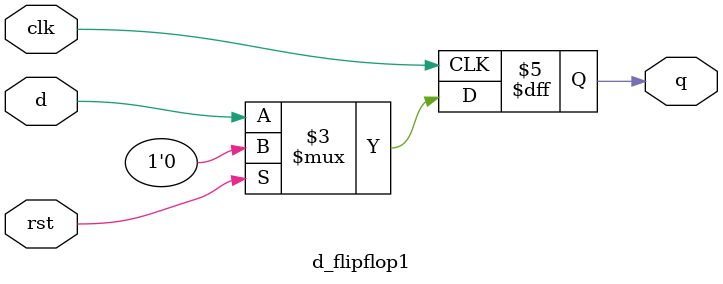
<source format=v>
`timescale 1ns / 1ps


module linear_fb_reg(
    input clk,rst,
    output  [3:0] q
    );
    
    wire w1;
    assign w1=~(q[3]^q[2]);
    d_flipflop1 a1(w1,clk,rst,q[0]);
    d_flipflop1 a2(q[0],clk,rst,q[1]);
    d_flipflop1 a3(q[1],clk,rst,q[2]);
    d_flipflop1 a4(q[2],clk,rst,q[3]);
    
endmodule
module d_flipflop1(
input d,clk,rst,
output reg q);

always @(posedge clk)begin

if(rst)
begin
q=0;
//qbar=1;
end
else
begin
q=d;
//qbar=~q; 
end
end
endmodule
</source>
